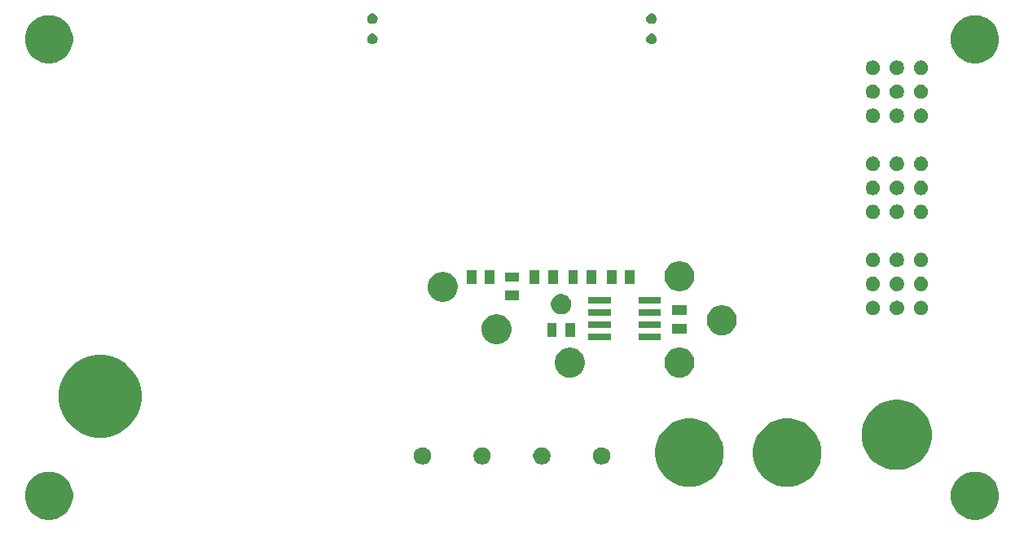
<source format=gbs>
G04 #@! TF.GenerationSoftware,KiCad,Pcbnew,5.0.2-bee76a0~70~ubuntu16.04.1*
G04 #@! TF.CreationDate,2019-08-24T21:48:25-07:00*
G04 #@! TF.ProjectId,endcap,656e6463-6170-42e6-9b69-6361645f7063,rev?*
G04 #@! TF.SameCoordinates,PX2faf080PY2faf080*
G04 #@! TF.FileFunction,Soldermask,Bot*
G04 #@! TF.FilePolarity,Negative*
%FSLAX46Y46*%
G04 Gerber Fmt 4.6, Leading zero omitted, Abs format (unit mm)*
G04 Created by KiCad (PCBNEW 5.0.2-bee76a0~70~ubuntu16.04.1) date Sat 24 Aug 2019 09:48:25 PM PDT*
%MOMM*%
%LPD*%
G01*
G04 APERTURE LIST*
%ADD10C,0.100000*%
G04 APERTURE END LIST*
D10*
G36*
X101612921Y-48797056D02*
X101854515Y-48845112D01*
X102176356Y-48978423D01*
X102297576Y-49028634D01*
X102309668Y-49033643D01*
X102713841Y-49303703D01*
X102719297Y-49307349D01*
X103067651Y-49655703D01*
X103067653Y-49655706D01*
X103238807Y-49911855D01*
X103341358Y-50065334D01*
X103529888Y-50520486D01*
X103626000Y-51003672D01*
X103626000Y-51496328D01*
X103529888Y-51979514D01*
X103341358Y-52434666D01*
X103067651Y-52844297D01*
X102719297Y-53192651D01*
X102719294Y-53192653D01*
X102309668Y-53466357D01*
X101854515Y-53654888D01*
X101612921Y-53702944D01*
X101371328Y-53751000D01*
X100878672Y-53751000D01*
X100637079Y-53702944D01*
X100395485Y-53654888D01*
X99940332Y-53466357D01*
X99530706Y-53192653D01*
X99530703Y-53192651D01*
X99182349Y-52844297D01*
X98908642Y-52434666D01*
X98720112Y-51979514D01*
X98624000Y-51496328D01*
X98624000Y-51003672D01*
X98720112Y-50520486D01*
X98908642Y-50065334D01*
X99011194Y-49911855D01*
X99182347Y-49655706D01*
X99182349Y-49655703D01*
X99530703Y-49307349D01*
X99536159Y-49303703D01*
X99940332Y-49033643D01*
X99952425Y-49028634D01*
X100073644Y-48978423D01*
X100395485Y-48845112D01*
X100637079Y-48797056D01*
X100878672Y-48749000D01*
X101371328Y-48749000D01*
X101612921Y-48797056D01*
X101612921Y-48797056D01*
G37*
G36*
X5362921Y-48797056D02*
X5604515Y-48845112D01*
X5926356Y-48978423D01*
X6047576Y-49028634D01*
X6059668Y-49033643D01*
X6463841Y-49303703D01*
X6469297Y-49307349D01*
X6817651Y-49655703D01*
X6817653Y-49655706D01*
X6988807Y-49911855D01*
X7091358Y-50065334D01*
X7279888Y-50520486D01*
X7376000Y-51003672D01*
X7376000Y-51496328D01*
X7279888Y-51979514D01*
X7091358Y-52434666D01*
X6817651Y-52844297D01*
X6469297Y-53192651D01*
X6469294Y-53192653D01*
X6059668Y-53466357D01*
X5604515Y-53654888D01*
X5362921Y-53702944D01*
X5121328Y-53751000D01*
X4628672Y-53751000D01*
X4387079Y-53702944D01*
X4145485Y-53654888D01*
X3690332Y-53466357D01*
X3280706Y-53192653D01*
X3280703Y-53192651D01*
X2932349Y-52844297D01*
X2658642Y-52434666D01*
X2470112Y-51979514D01*
X2374000Y-51496328D01*
X2374000Y-51003672D01*
X2470112Y-50520486D01*
X2658642Y-50065334D01*
X2761194Y-49911855D01*
X2932347Y-49655706D01*
X2932349Y-49655703D01*
X3280703Y-49307349D01*
X3286159Y-49303703D01*
X3690332Y-49033643D01*
X3702425Y-49028634D01*
X3823644Y-48978423D01*
X4145485Y-48845112D01*
X4387079Y-48797056D01*
X4628672Y-48749000D01*
X5121328Y-48749000D01*
X5362921Y-48797056D01*
X5362921Y-48797056D01*
G37*
G36*
X72475786Y-43350462D02*
X72475788Y-43350463D01*
X72475789Y-43350463D01*
X73122029Y-43618144D01*
X73157329Y-43641731D01*
X73703634Y-44006760D01*
X74198240Y-44501366D01*
X74198242Y-44501369D01*
X74586856Y-45082971D01*
X74660015Y-45259593D01*
X74854538Y-45729214D01*
X74991000Y-46415256D01*
X74991000Y-47114744D01*
X74854724Y-47799853D01*
X74854537Y-47800789D01*
X74586856Y-48447029D01*
X74586855Y-48447030D01*
X74198240Y-49028634D01*
X73703634Y-49523240D01*
X73703631Y-49523242D01*
X73122029Y-49911856D01*
X72475789Y-50179537D01*
X72475788Y-50179537D01*
X72475786Y-50179538D01*
X71789744Y-50316000D01*
X71090256Y-50316000D01*
X70404214Y-50179538D01*
X70404212Y-50179537D01*
X70404211Y-50179537D01*
X69757971Y-49911856D01*
X69176369Y-49523242D01*
X69176366Y-49523240D01*
X68681760Y-49028634D01*
X68293145Y-48447030D01*
X68293144Y-48447029D01*
X68025463Y-47800789D01*
X68025277Y-47799853D01*
X67889000Y-47114744D01*
X67889000Y-46415256D01*
X68025462Y-45729214D01*
X68219985Y-45259593D01*
X68293144Y-45082971D01*
X68681758Y-44501369D01*
X68681760Y-44501366D01*
X69176366Y-44006760D01*
X69722671Y-43641731D01*
X69757971Y-43618144D01*
X70404211Y-43350463D01*
X70404212Y-43350463D01*
X70404214Y-43350462D01*
X71090256Y-43214000D01*
X71789744Y-43214000D01*
X72475786Y-43350462D01*
X72475786Y-43350462D01*
G37*
G36*
X82635786Y-43350462D02*
X82635788Y-43350463D01*
X82635789Y-43350463D01*
X83282029Y-43618144D01*
X83317329Y-43641731D01*
X83863634Y-44006760D01*
X84358240Y-44501366D01*
X84358242Y-44501369D01*
X84746856Y-45082971D01*
X84820015Y-45259593D01*
X85014538Y-45729214D01*
X85151000Y-46415256D01*
X85151000Y-47114744D01*
X85014724Y-47799853D01*
X85014537Y-47800789D01*
X84746856Y-48447029D01*
X84746855Y-48447030D01*
X84358240Y-49028634D01*
X83863634Y-49523240D01*
X83863631Y-49523242D01*
X83282029Y-49911856D01*
X82635789Y-50179537D01*
X82635788Y-50179537D01*
X82635786Y-50179538D01*
X81949744Y-50316000D01*
X81250256Y-50316000D01*
X80564214Y-50179538D01*
X80564212Y-50179537D01*
X80564211Y-50179537D01*
X79917971Y-49911856D01*
X79336369Y-49523242D01*
X79336366Y-49523240D01*
X78841760Y-49028634D01*
X78453145Y-48447030D01*
X78453144Y-48447029D01*
X78185463Y-47800789D01*
X78185277Y-47799853D01*
X78049000Y-47114744D01*
X78049000Y-46415256D01*
X78185462Y-45729214D01*
X78379985Y-45259593D01*
X78453144Y-45082971D01*
X78841758Y-44501369D01*
X78841760Y-44501366D01*
X79336366Y-44006760D01*
X79882671Y-43641731D01*
X79917971Y-43618144D01*
X80564211Y-43350463D01*
X80564212Y-43350463D01*
X80564214Y-43350462D01*
X81250256Y-43214000D01*
X81949744Y-43214000D01*
X82635786Y-43350462D01*
X82635786Y-43350462D01*
G37*
G36*
X93594714Y-41295769D02*
X94064958Y-41389306D01*
X94729397Y-41664525D01*
X95327377Y-42064083D01*
X95835917Y-42572623D01*
X96235475Y-43170603D01*
X96510694Y-43835042D01*
X96651000Y-44540408D01*
X96651000Y-45259592D01*
X96510694Y-45964958D01*
X96235475Y-46629397D01*
X95835917Y-47227377D01*
X95327377Y-47735917D01*
X94729397Y-48135475D01*
X94064958Y-48410694D01*
X93594714Y-48504231D01*
X93359593Y-48551000D01*
X92640407Y-48551000D01*
X92405286Y-48504231D01*
X91935042Y-48410694D01*
X91270603Y-48135475D01*
X90672623Y-47735917D01*
X90164083Y-47227377D01*
X89764525Y-46629397D01*
X89489306Y-45964958D01*
X89349000Y-45259592D01*
X89349000Y-44540408D01*
X89489306Y-43835042D01*
X89764525Y-43170603D01*
X90164083Y-42572623D01*
X90672623Y-42064083D01*
X91270603Y-41664525D01*
X91935042Y-41389306D01*
X92405286Y-41295769D01*
X92640407Y-41249000D01*
X93359593Y-41249000D01*
X93594714Y-41295769D01*
X93594714Y-41295769D01*
G37*
G36*
X62562812Y-46233624D02*
X62726784Y-46301544D01*
X62874354Y-46400147D01*
X62999853Y-46525646D01*
X63098456Y-46673216D01*
X63166376Y-46837188D01*
X63201000Y-47011259D01*
X63201000Y-47188741D01*
X63166376Y-47362812D01*
X63098456Y-47526784D01*
X62999853Y-47674354D01*
X62874354Y-47799853D01*
X62726784Y-47898456D01*
X62562812Y-47966376D01*
X62388741Y-48001000D01*
X62211259Y-48001000D01*
X62037188Y-47966376D01*
X61873216Y-47898456D01*
X61725646Y-47799853D01*
X61600147Y-47674354D01*
X61501544Y-47526784D01*
X61433624Y-47362812D01*
X61399000Y-47188741D01*
X61399000Y-47011259D01*
X61433624Y-46837188D01*
X61501544Y-46673216D01*
X61600147Y-46525646D01*
X61725646Y-46400147D01*
X61873216Y-46301544D01*
X62037188Y-46233624D01*
X62211259Y-46199000D01*
X62388741Y-46199000D01*
X62562812Y-46233624D01*
X62562812Y-46233624D01*
G37*
G36*
X56362812Y-46233624D02*
X56526784Y-46301544D01*
X56674354Y-46400147D01*
X56799853Y-46525646D01*
X56898456Y-46673216D01*
X56966376Y-46837188D01*
X57001000Y-47011259D01*
X57001000Y-47188741D01*
X56966376Y-47362812D01*
X56898456Y-47526784D01*
X56799853Y-47674354D01*
X56674354Y-47799853D01*
X56526784Y-47898456D01*
X56362812Y-47966376D01*
X56188741Y-48001000D01*
X56011259Y-48001000D01*
X55837188Y-47966376D01*
X55673216Y-47898456D01*
X55525646Y-47799853D01*
X55400147Y-47674354D01*
X55301544Y-47526784D01*
X55233624Y-47362812D01*
X55199000Y-47188741D01*
X55199000Y-47011259D01*
X55233624Y-46837188D01*
X55301544Y-46673216D01*
X55400147Y-46525646D01*
X55525646Y-46400147D01*
X55673216Y-46301544D01*
X55837188Y-46233624D01*
X56011259Y-46199000D01*
X56188741Y-46199000D01*
X56362812Y-46233624D01*
X56362812Y-46233624D01*
G37*
G36*
X50162812Y-46233624D02*
X50326784Y-46301544D01*
X50474354Y-46400147D01*
X50599853Y-46525646D01*
X50698456Y-46673216D01*
X50766376Y-46837188D01*
X50801000Y-47011259D01*
X50801000Y-47188741D01*
X50766376Y-47362812D01*
X50698456Y-47526784D01*
X50599853Y-47674354D01*
X50474354Y-47799853D01*
X50326784Y-47898456D01*
X50162812Y-47966376D01*
X49988741Y-48001000D01*
X49811259Y-48001000D01*
X49637188Y-47966376D01*
X49473216Y-47898456D01*
X49325646Y-47799853D01*
X49200147Y-47674354D01*
X49101544Y-47526784D01*
X49033624Y-47362812D01*
X48999000Y-47188741D01*
X48999000Y-47011259D01*
X49033624Y-46837188D01*
X49101544Y-46673216D01*
X49200147Y-46525646D01*
X49325646Y-46400147D01*
X49473216Y-46301544D01*
X49637188Y-46233624D01*
X49811259Y-46199000D01*
X49988741Y-46199000D01*
X50162812Y-46233624D01*
X50162812Y-46233624D01*
G37*
G36*
X43962812Y-46233624D02*
X44126784Y-46301544D01*
X44274354Y-46400147D01*
X44399853Y-46525646D01*
X44498456Y-46673216D01*
X44566376Y-46837188D01*
X44601000Y-47011259D01*
X44601000Y-47188741D01*
X44566376Y-47362812D01*
X44498456Y-47526784D01*
X44399853Y-47674354D01*
X44274354Y-47799853D01*
X44126784Y-47898456D01*
X43962812Y-47966376D01*
X43788741Y-48001000D01*
X43611259Y-48001000D01*
X43437188Y-47966376D01*
X43273216Y-47898456D01*
X43125646Y-47799853D01*
X43000147Y-47674354D01*
X42901544Y-47526784D01*
X42833624Y-47362812D01*
X42799000Y-47188741D01*
X42799000Y-47011259D01*
X42833624Y-46837188D01*
X42901544Y-46673216D01*
X43000147Y-46525646D01*
X43125646Y-46400147D01*
X43273216Y-46301544D01*
X43437188Y-46233624D01*
X43611259Y-46199000D01*
X43788741Y-46199000D01*
X43962812Y-46233624D01*
X43962812Y-46233624D01*
G37*
G36*
X11454555Y-36764284D02*
X12237286Y-37088502D01*
X12237288Y-37088503D01*
X12932097Y-37552760D01*
X12941731Y-37559197D01*
X13540803Y-38158269D01*
X13540805Y-38158272D01*
X13952542Y-38774479D01*
X14011498Y-38862714D01*
X14335716Y-39645445D01*
X14501000Y-40476387D01*
X14501000Y-41323613D01*
X14335716Y-42154555D01*
X14011498Y-42937286D01*
X13540803Y-43641731D01*
X12941731Y-44240803D01*
X12941728Y-44240805D01*
X12237288Y-44711497D01*
X12237287Y-44711498D01*
X12237286Y-44711498D01*
X11454555Y-45035716D01*
X10623613Y-45201000D01*
X9776387Y-45201000D01*
X8945445Y-45035716D01*
X8162714Y-44711498D01*
X8162713Y-44711498D01*
X8162712Y-44711497D01*
X7458272Y-44240805D01*
X7458269Y-44240803D01*
X6859197Y-43641731D01*
X6388502Y-42937286D01*
X6064284Y-42154555D01*
X5899000Y-41323613D01*
X5899000Y-40476387D01*
X6064284Y-39645445D01*
X6388502Y-38862714D01*
X6447459Y-38774479D01*
X6859195Y-38158272D01*
X6859197Y-38158269D01*
X7458269Y-37559197D01*
X7467903Y-37552760D01*
X8162712Y-37088503D01*
X8162714Y-37088502D01*
X8945445Y-36764284D01*
X9776387Y-36599000D01*
X10623613Y-36599000D01*
X11454555Y-36764284D01*
X11454555Y-36764284D01*
G37*
G36*
X70752527Y-35888736D02*
X70852410Y-35908604D01*
X71134674Y-36025521D01*
X71388705Y-36195259D01*
X71604741Y-36411295D01*
X71774479Y-36665326D01*
X71891396Y-36947590D01*
X71951000Y-37247240D01*
X71951000Y-37552760D01*
X71891396Y-37852410D01*
X71774479Y-38134674D01*
X71604741Y-38388705D01*
X71388705Y-38604741D01*
X71134674Y-38774479D01*
X70852410Y-38891396D01*
X70752527Y-38911264D01*
X70552762Y-38951000D01*
X70247238Y-38951000D01*
X70047473Y-38911264D01*
X69947590Y-38891396D01*
X69665326Y-38774479D01*
X69411295Y-38604741D01*
X69195259Y-38388705D01*
X69025521Y-38134674D01*
X68908604Y-37852410D01*
X68849000Y-37552760D01*
X68849000Y-37247240D01*
X68908604Y-36947590D01*
X69025521Y-36665326D01*
X69195259Y-36411295D01*
X69411295Y-36195259D01*
X69665326Y-36025521D01*
X69947590Y-35908604D01*
X70047473Y-35888736D01*
X70247238Y-35849000D01*
X70552762Y-35849000D01*
X70752527Y-35888736D01*
X70752527Y-35888736D01*
G37*
G36*
X59352527Y-35888736D02*
X59452410Y-35908604D01*
X59734674Y-36025521D01*
X59988705Y-36195259D01*
X60204741Y-36411295D01*
X60374479Y-36665326D01*
X60491396Y-36947590D01*
X60551000Y-37247240D01*
X60551000Y-37552760D01*
X60491396Y-37852410D01*
X60374479Y-38134674D01*
X60204741Y-38388705D01*
X59988705Y-38604741D01*
X59734674Y-38774479D01*
X59452410Y-38891396D01*
X59352527Y-38911264D01*
X59152762Y-38951000D01*
X58847238Y-38951000D01*
X58647473Y-38911264D01*
X58547590Y-38891396D01*
X58265326Y-38774479D01*
X58011295Y-38604741D01*
X57795259Y-38388705D01*
X57625521Y-38134674D01*
X57508604Y-37852410D01*
X57449000Y-37552760D01*
X57449000Y-37247240D01*
X57508604Y-36947590D01*
X57625521Y-36665326D01*
X57795259Y-36411295D01*
X58011295Y-36195259D01*
X58265326Y-36025521D01*
X58547590Y-35908604D01*
X58647473Y-35888736D01*
X58847238Y-35849000D01*
X59152762Y-35849000D01*
X59352527Y-35888736D01*
X59352527Y-35888736D01*
G37*
G36*
X51752527Y-32388736D02*
X51852410Y-32408604D01*
X52134674Y-32525521D01*
X52388705Y-32695259D01*
X52604741Y-32911295D01*
X52774479Y-33165326D01*
X52891396Y-33447590D01*
X52892355Y-33452410D01*
X52948501Y-33734674D01*
X52951000Y-33747240D01*
X52951000Y-34052760D01*
X52891396Y-34352410D01*
X52774479Y-34634674D01*
X52604741Y-34888705D01*
X52388705Y-35104741D01*
X52134674Y-35274479D01*
X51852410Y-35391396D01*
X51752527Y-35411264D01*
X51552762Y-35451000D01*
X51247238Y-35451000D01*
X51047473Y-35411264D01*
X50947590Y-35391396D01*
X50665326Y-35274479D01*
X50411295Y-35104741D01*
X50195259Y-34888705D01*
X50025521Y-34634674D01*
X49908604Y-34352410D01*
X49849000Y-34052760D01*
X49849000Y-33747240D01*
X49851500Y-33734674D01*
X49907645Y-33452410D01*
X49908604Y-33447590D01*
X50025521Y-33165326D01*
X50195259Y-32911295D01*
X50411295Y-32695259D01*
X50665326Y-32525521D01*
X50947590Y-32408604D01*
X51047473Y-32388736D01*
X51247238Y-32349000D01*
X51552762Y-32349000D01*
X51752527Y-32388736D01*
X51752527Y-32388736D01*
G37*
G36*
X68451000Y-35056000D02*
X66149000Y-35056000D01*
X66149000Y-34354000D01*
X68451000Y-34354000D01*
X68451000Y-35056000D01*
X68451000Y-35056000D01*
G37*
G36*
X63251000Y-35056000D02*
X60949000Y-35056000D01*
X60949000Y-34354000D01*
X63251000Y-34354000D01*
X63251000Y-35056000D01*
X63251000Y-35056000D01*
G37*
G36*
X59548000Y-34749500D02*
X58557000Y-34749500D01*
X58557000Y-33250500D01*
X59548000Y-33250500D01*
X59548000Y-34749500D01*
X59548000Y-34749500D01*
G37*
G36*
X57643000Y-34749500D02*
X56652000Y-34749500D01*
X56652000Y-33250500D01*
X57643000Y-33250500D01*
X57643000Y-34749500D01*
X57643000Y-34749500D01*
G37*
G36*
X75113354Y-31480944D02*
X75252410Y-31508604D01*
X75534674Y-31625521D01*
X75788705Y-31795259D01*
X76004741Y-32011295D01*
X76174479Y-32265326D01*
X76291396Y-32547590D01*
X76291396Y-32547591D01*
X76351000Y-32847238D01*
X76351000Y-33152762D01*
X76311264Y-33352527D01*
X76291396Y-33452410D01*
X76174479Y-33734674D01*
X76004741Y-33988705D01*
X75788705Y-34204741D01*
X75534674Y-34374479D01*
X75252410Y-34491396D01*
X75152527Y-34511264D01*
X74952762Y-34551000D01*
X74647238Y-34551000D01*
X74447473Y-34511264D01*
X74347590Y-34491396D01*
X74065326Y-34374479D01*
X73811295Y-34204741D01*
X73595259Y-33988705D01*
X73425521Y-33734674D01*
X73308604Y-33452410D01*
X73288736Y-33352527D01*
X73249000Y-33152762D01*
X73249000Y-32847238D01*
X73308604Y-32547591D01*
X73308604Y-32547590D01*
X73425521Y-32265326D01*
X73595259Y-32011295D01*
X73811295Y-31795259D01*
X74065326Y-31625521D01*
X74347590Y-31508604D01*
X74486646Y-31480944D01*
X74647238Y-31449000D01*
X74952762Y-31449000D01*
X75113354Y-31480944D01*
X75113354Y-31480944D01*
G37*
G36*
X71149500Y-34348000D02*
X69650500Y-34348000D01*
X69650500Y-33357000D01*
X71149500Y-33357000D01*
X71149500Y-34348000D01*
X71149500Y-34348000D01*
G37*
G36*
X68451000Y-33786000D02*
X66149000Y-33786000D01*
X66149000Y-33084000D01*
X68451000Y-33084000D01*
X68451000Y-33786000D01*
X68451000Y-33786000D01*
G37*
G36*
X63251000Y-33786000D02*
X60949000Y-33786000D01*
X60949000Y-33084000D01*
X63251000Y-33084000D01*
X63251000Y-33786000D01*
X63251000Y-33786000D01*
G37*
G36*
X68451000Y-32516000D02*
X66149000Y-32516000D01*
X66149000Y-31814000D01*
X68451000Y-31814000D01*
X68451000Y-32516000D01*
X68451000Y-32516000D01*
G37*
G36*
X63251000Y-32516000D02*
X60949000Y-32516000D01*
X60949000Y-31814000D01*
X63251000Y-31814000D01*
X63251000Y-32516000D01*
X63251000Y-32516000D01*
G37*
G36*
X95632004Y-30960544D02*
X95719059Y-30977860D01*
X95855732Y-31034472D01*
X95977079Y-31115554D01*
X95978738Y-31116662D01*
X96083338Y-31221262D01*
X96083340Y-31221265D01*
X96165528Y-31344268D01*
X96222140Y-31480941D01*
X96227642Y-31508604D01*
X96251000Y-31626031D01*
X96251000Y-31773969D01*
X96243037Y-31814000D01*
X96222140Y-31919059D01*
X96165528Y-32055732D01*
X96125014Y-32116365D01*
X96083338Y-32178738D01*
X95978738Y-32283338D01*
X95978735Y-32283340D01*
X95855732Y-32365528D01*
X95719059Y-32422140D01*
X95632004Y-32439456D01*
X95573969Y-32451000D01*
X95426031Y-32451000D01*
X95367996Y-32439456D01*
X95280941Y-32422140D01*
X95144268Y-32365528D01*
X95021265Y-32283340D01*
X95021262Y-32283338D01*
X94916662Y-32178738D01*
X94874986Y-32116365D01*
X94834472Y-32055732D01*
X94777860Y-31919059D01*
X94756963Y-31814000D01*
X94749000Y-31773969D01*
X94749000Y-31626031D01*
X94772358Y-31508604D01*
X94777860Y-31480941D01*
X94834472Y-31344268D01*
X94916660Y-31221265D01*
X94916662Y-31221262D01*
X95021262Y-31116662D01*
X95022921Y-31115554D01*
X95144268Y-31034472D01*
X95280941Y-30977860D01*
X95367996Y-30960544D01*
X95426031Y-30949000D01*
X95573969Y-30949000D01*
X95632004Y-30960544D01*
X95632004Y-30960544D01*
G37*
G36*
X93132004Y-30960544D02*
X93219059Y-30977860D01*
X93355732Y-31034472D01*
X93477079Y-31115554D01*
X93478738Y-31116662D01*
X93583338Y-31221262D01*
X93583340Y-31221265D01*
X93665528Y-31344268D01*
X93722140Y-31480941D01*
X93727642Y-31508604D01*
X93751000Y-31626031D01*
X93751000Y-31773969D01*
X93743037Y-31814000D01*
X93722140Y-31919059D01*
X93665528Y-32055732D01*
X93625014Y-32116365D01*
X93583338Y-32178738D01*
X93478738Y-32283338D01*
X93478735Y-32283340D01*
X93355732Y-32365528D01*
X93219059Y-32422140D01*
X93132004Y-32439456D01*
X93073969Y-32451000D01*
X92926031Y-32451000D01*
X92867996Y-32439456D01*
X92780941Y-32422140D01*
X92644268Y-32365528D01*
X92521265Y-32283340D01*
X92521262Y-32283338D01*
X92416662Y-32178738D01*
X92374986Y-32116365D01*
X92334472Y-32055732D01*
X92277860Y-31919059D01*
X92256963Y-31814000D01*
X92249000Y-31773969D01*
X92249000Y-31626031D01*
X92272358Y-31508604D01*
X92277860Y-31480941D01*
X92334472Y-31344268D01*
X92416660Y-31221265D01*
X92416662Y-31221262D01*
X92521262Y-31116662D01*
X92522921Y-31115554D01*
X92644268Y-31034472D01*
X92780941Y-30977860D01*
X92867996Y-30960544D01*
X92926031Y-30949000D01*
X93073969Y-30949000D01*
X93132004Y-30960544D01*
X93132004Y-30960544D01*
G37*
G36*
X90632004Y-30960544D02*
X90719059Y-30977860D01*
X90855732Y-31034472D01*
X90977079Y-31115554D01*
X90978738Y-31116662D01*
X91083338Y-31221262D01*
X91083340Y-31221265D01*
X91165528Y-31344268D01*
X91222140Y-31480941D01*
X91227642Y-31508604D01*
X91251000Y-31626031D01*
X91251000Y-31773969D01*
X91243037Y-31814000D01*
X91222140Y-31919059D01*
X91165528Y-32055732D01*
X91125014Y-32116365D01*
X91083338Y-32178738D01*
X90978738Y-32283338D01*
X90978735Y-32283340D01*
X90855732Y-32365528D01*
X90719059Y-32422140D01*
X90632004Y-32439456D01*
X90573969Y-32451000D01*
X90426031Y-32451000D01*
X90367996Y-32439456D01*
X90280941Y-32422140D01*
X90144268Y-32365528D01*
X90021265Y-32283340D01*
X90021262Y-32283338D01*
X89916662Y-32178738D01*
X89874986Y-32116365D01*
X89834472Y-32055732D01*
X89777860Y-31919059D01*
X89756963Y-31814000D01*
X89749000Y-31773969D01*
X89749000Y-31626031D01*
X89772358Y-31508604D01*
X89777860Y-31480941D01*
X89834472Y-31344268D01*
X89916660Y-31221265D01*
X89916662Y-31221262D01*
X90021262Y-31116662D01*
X90022921Y-31115554D01*
X90144268Y-31034472D01*
X90280941Y-30977860D01*
X90367996Y-30960544D01*
X90426031Y-30949000D01*
X90573969Y-30949000D01*
X90632004Y-30960544D01*
X90632004Y-30960544D01*
G37*
G36*
X71149500Y-32443000D02*
X69650500Y-32443000D01*
X69650500Y-31452000D01*
X71149500Y-31452000D01*
X71149500Y-32443000D01*
X71149500Y-32443000D01*
G37*
G36*
X58406565Y-30289389D02*
X58597834Y-30368615D01*
X58769976Y-30483637D01*
X58916363Y-30630024D01*
X59031385Y-30802166D01*
X59110611Y-30993435D01*
X59151000Y-31196484D01*
X59151000Y-31403516D01*
X59110611Y-31606565D01*
X59031385Y-31797834D01*
X58916363Y-31969976D01*
X58769976Y-32116363D01*
X58597834Y-32231385D01*
X58406565Y-32310611D01*
X58203516Y-32351000D01*
X57996484Y-32351000D01*
X57793435Y-32310611D01*
X57602166Y-32231385D01*
X57430024Y-32116363D01*
X57283637Y-31969976D01*
X57168615Y-31797834D01*
X57089389Y-31606565D01*
X57049000Y-31403516D01*
X57049000Y-31196484D01*
X57089389Y-30993435D01*
X57168615Y-30802166D01*
X57283637Y-30630024D01*
X57430024Y-30483637D01*
X57602166Y-30368615D01*
X57793435Y-30289389D01*
X57996484Y-30249000D01*
X58203516Y-30249000D01*
X58406565Y-30289389D01*
X58406565Y-30289389D01*
G37*
G36*
X68451000Y-31246000D02*
X66149000Y-31246000D01*
X66149000Y-30544000D01*
X68451000Y-30544000D01*
X68451000Y-31246000D01*
X68451000Y-31246000D01*
G37*
G36*
X63251000Y-31246000D02*
X60949000Y-31246000D01*
X60949000Y-30544000D01*
X63251000Y-30544000D01*
X63251000Y-31246000D01*
X63251000Y-31246000D01*
G37*
G36*
X46152527Y-27988736D02*
X46252410Y-28008604D01*
X46534674Y-28125521D01*
X46788705Y-28295259D01*
X47004741Y-28511295D01*
X47174479Y-28765326D01*
X47291396Y-29047590D01*
X47291396Y-29047591D01*
X47351000Y-29347238D01*
X47351000Y-29652762D01*
X47325026Y-29783340D01*
X47291396Y-29952410D01*
X47174479Y-30234674D01*
X47004741Y-30488705D01*
X46788705Y-30704741D01*
X46534674Y-30874479D01*
X46252410Y-30991396D01*
X46152527Y-31011264D01*
X45952762Y-31051000D01*
X45647238Y-31051000D01*
X45447473Y-31011264D01*
X45347590Y-30991396D01*
X45065326Y-30874479D01*
X44811295Y-30704741D01*
X44595259Y-30488705D01*
X44425521Y-30234674D01*
X44308604Y-29952410D01*
X44274974Y-29783340D01*
X44249000Y-29652762D01*
X44249000Y-29347238D01*
X44308604Y-29047591D01*
X44308604Y-29047590D01*
X44425521Y-28765326D01*
X44595259Y-28511295D01*
X44811295Y-28295259D01*
X45065326Y-28125521D01*
X45347590Y-28008604D01*
X45447473Y-27988736D01*
X45647238Y-27949000D01*
X45952762Y-27949000D01*
X46152527Y-27988736D01*
X46152527Y-27988736D01*
G37*
G36*
X53749500Y-30900500D02*
X52250500Y-30900500D01*
X52250500Y-29909500D01*
X53749500Y-29909500D01*
X53749500Y-30900500D01*
X53749500Y-30900500D01*
G37*
G36*
X93132004Y-28460544D02*
X93219059Y-28477860D01*
X93355732Y-28534472D01*
X93355733Y-28534473D01*
X93478738Y-28616662D01*
X93583338Y-28721262D01*
X93583340Y-28721265D01*
X93665528Y-28844268D01*
X93722140Y-28980941D01*
X93751000Y-29126033D01*
X93751000Y-29273967D01*
X93722140Y-29419059D01*
X93665528Y-29555732D01*
X93665527Y-29555733D01*
X93583338Y-29678738D01*
X93478738Y-29783338D01*
X93478735Y-29783340D01*
X93355732Y-29865528D01*
X93219059Y-29922140D01*
X93132004Y-29939456D01*
X93073969Y-29951000D01*
X92926031Y-29951000D01*
X92867996Y-29939456D01*
X92780941Y-29922140D01*
X92644268Y-29865528D01*
X92521265Y-29783340D01*
X92521262Y-29783338D01*
X92416662Y-29678738D01*
X92334473Y-29555733D01*
X92334472Y-29555732D01*
X92277860Y-29419059D01*
X92249000Y-29273967D01*
X92249000Y-29126033D01*
X92277860Y-28980941D01*
X92334472Y-28844268D01*
X92416660Y-28721265D01*
X92416662Y-28721262D01*
X92521262Y-28616662D01*
X92644267Y-28534473D01*
X92644268Y-28534472D01*
X92780941Y-28477860D01*
X92867996Y-28460544D01*
X92926031Y-28449000D01*
X93073969Y-28449000D01*
X93132004Y-28460544D01*
X93132004Y-28460544D01*
G37*
G36*
X90632004Y-28460544D02*
X90719059Y-28477860D01*
X90855732Y-28534472D01*
X90855733Y-28534473D01*
X90978738Y-28616662D01*
X91083338Y-28721262D01*
X91083340Y-28721265D01*
X91165528Y-28844268D01*
X91222140Y-28980941D01*
X91251000Y-29126033D01*
X91251000Y-29273967D01*
X91222140Y-29419059D01*
X91165528Y-29555732D01*
X91165527Y-29555733D01*
X91083338Y-29678738D01*
X90978738Y-29783338D01*
X90978735Y-29783340D01*
X90855732Y-29865528D01*
X90719059Y-29922140D01*
X90632004Y-29939456D01*
X90573969Y-29951000D01*
X90426031Y-29951000D01*
X90367996Y-29939456D01*
X90280941Y-29922140D01*
X90144268Y-29865528D01*
X90021265Y-29783340D01*
X90021262Y-29783338D01*
X89916662Y-29678738D01*
X89834473Y-29555733D01*
X89834472Y-29555732D01*
X89777860Y-29419059D01*
X89749000Y-29273967D01*
X89749000Y-29126033D01*
X89777860Y-28980941D01*
X89834472Y-28844268D01*
X89916660Y-28721265D01*
X89916662Y-28721262D01*
X90021262Y-28616662D01*
X90144267Y-28534473D01*
X90144268Y-28534472D01*
X90280941Y-28477860D01*
X90367996Y-28460544D01*
X90426031Y-28449000D01*
X90573969Y-28449000D01*
X90632004Y-28460544D01*
X90632004Y-28460544D01*
G37*
G36*
X70752527Y-26888736D02*
X70852410Y-26908604D01*
X71134674Y-27025521D01*
X71388705Y-27195259D01*
X71604741Y-27411295D01*
X71774479Y-27665326D01*
X71891396Y-27947590D01*
X71951000Y-28247240D01*
X71951000Y-28552760D01*
X71891396Y-28852410D01*
X71774479Y-29134674D01*
X71604741Y-29388705D01*
X71388705Y-29604741D01*
X71134674Y-29774479D01*
X70852410Y-29891396D01*
X70761395Y-29909500D01*
X70552762Y-29951000D01*
X70247238Y-29951000D01*
X70038605Y-29909500D01*
X69947590Y-29891396D01*
X69665326Y-29774479D01*
X69411295Y-29604741D01*
X69195259Y-29388705D01*
X69025521Y-29134674D01*
X68908604Y-28852410D01*
X68849000Y-28552760D01*
X68849000Y-28247240D01*
X68908604Y-27947590D01*
X69025521Y-27665326D01*
X69195259Y-27411295D01*
X69411295Y-27195259D01*
X69665326Y-27025521D01*
X69947590Y-26908604D01*
X70047473Y-26888736D01*
X70247238Y-26849000D01*
X70552762Y-26849000D01*
X70752527Y-26888736D01*
X70752527Y-26888736D01*
G37*
G36*
X95632004Y-28460544D02*
X95719059Y-28477860D01*
X95855732Y-28534472D01*
X95855733Y-28534473D01*
X95978738Y-28616662D01*
X96083338Y-28721262D01*
X96083340Y-28721265D01*
X96165528Y-28844268D01*
X96222140Y-28980941D01*
X96251000Y-29126033D01*
X96251000Y-29273967D01*
X96222140Y-29419059D01*
X96165528Y-29555732D01*
X96165527Y-29555733D01*
X96083338Y-29678738D01*
X95978738Y-29783338D01*
X95978735Y-29783340D01*
X95855732Y-29865528D01*
X95719059Y-29922140D01*
X95632004Y-29939456D01*
X95573969Y-29951000D01*
X95426031Y-29951000D01*
X95367996Y-29939456D01*
X95280941Y-29922140D01*
X95144268Y-29865528D01*
X95021265Y-29783340D01*
X95021262Y-29783338D01*
X94916662Y-29678738D01*
X94834473Y-29555733D01*
X94834472Y-29555732D01*
X94777860Y-29419059D01*
X94749000Y-29273967D01*
X94749000Y-29126033D01*
X94777860Y-28980941D01*
X94834472Y-28844268D01*
X94916660Y-28721265D01*
X94916662Y-28721262D01*
X95021262Y-28616662D01*
X95144267Y-28534473D01*
X95144268Y-28534472D01*
X95280941Y-28477860D01*
X95367996Y-28460544D01*
X95426031Y-28449000D01*
X95573969Y-28449000D01*
X95632004Y-28460544D01*
X95632004Y-28460544D01*
G37*
G36*
X55843000Y-29249500D02*
X54852000Y-29249500D01*
X54852000Y-27750500D01*
X55843000Y-27750500D01*
X55843000Y-29249500D01*
X55843000Y-29249500D01*
G37*
G36*
X59843000Y-29249500D02*
X58852000Y-29249500D01*
X58852000Y-27750500D01*
X59843000Y-27750500D01*
X59843000Y-29249500D01*
X59843000Y-29249500D01*
G37*
G36*
X61748000Y-29249500D02*
X60757000Y-29249500D01*
X60757000Y-27750500D01*
X61748000Y-27750500D01*
X61748000Y-29249500D01*
X61748000Y-29249500D01*
G37*
G36*
X63843000Y-29249500D02*
X62852000Y-29249500D01*
X62852000Y-27750500D01*
X63843000Y-27750500D01*
X63843000Y-29249500D01*
X63843000Y-29249500D01*
G37*
G36*
X51195500Y-29249500D02*
X50204500Y-29249500D01*
X50204500Y-27750500D01*
X51195500Y-27750500D01*
X51195500Y-29249500D01*
X51195500Y-29249500D01*
G37*
G36*
X49290500Y-29249500D02*
X48299500Y-29249500D01*
X48299500Y-27750500D01*
X49290500Y-27750500D01*
X49290500Y-29249500D01*
X49290500Y-29249500D01*
G37*
G36*
X57748000Y-29249500D02*
X56757000Y-29249500D01*
X56757000Y-27750500D01*
X57748000Y-27750500D01*
X57748000Y-29249500D01*
X57748000Y-29249500D01*
G37*
G36*
X65748000Y-29249500D02*
X64757000Y-29249500D01*
X64757000Y-27750500D01*
X65748000Y-27750500D01*
X65748000Y-29249500D01*
X65748000Y-29249500D01*
G37*
G36*
X53749500Y-28995500D02*
X52250500Y-28995500D01*
X52250500Y-28004500D01*
X53749500Y-28004500D01*
X53749500Y-28995500D01*
X53749500Y-28995500D01*
G37*
G36*
X90632004Y-25960544D02*
X90719059Y-25977860D01*
X90855732Y-26034472D01*
X90855733Y-26034473D01*
X90978738Y-26116662D01*
X91083338Y-26221262D01*
X91083340Y-26221265D01*
X91165528Y-26344268D01*
X91222140Y-26480941D01*
X91251000Y-26626033D01*
X91251000Y-26773967D01*
X91222140Y-26919059D01*
X91165528Y-27055732D01*
X91165527Y-27055733D01*
X91083338Y-27178738D01*
X90978738Y-27283338D01*
X90978735Y-27283340D01*
X90855732Y-27365528D01*
X90719059Y-27422140D01*
X90632004Y-27439456D01*
X90573969Y-27451000D01*
X90426031Y-27451000D01*
X90367996Y-27439456D01*
X90280941Y-27422140D01*
X90144268Y-27365528D01*
X90021265Y-27283340D01*
X90021262Y-27283338D01*
X89916662Y-27178738D01*
X89834473Y-27055733D01*
X89834472Y-27055732D01*
X89777860Y-26919059D01*
X89749000Y-26773967D01*
X89749000Y-26626033D01*
X89777860Y-26480941D01*
X89834472Y-26344268D01*
X89916660Y-26221265D01*
X89916662Y-26221262D01*
X90021262Y-26116662D01*
X90144267Y-26034473D01*
X90144268Y-26034472D01*
X90280941Y-25977860D01*
X90367996Y-25960544D01*
X90426031Y-25949000D01*
X90573969Y-25949000D01*
X90632004Y-25960544D01*
X90632004Y-25960544D01*
G37*
G36*
X93132004Y-25960544D02*
X93219059Y-25977860D01*
X93355732Y-26034472D01*
X93355733Y-26034473D01*
X93478738Y-26116662D01*
X93583338Y-26221262D01*
X93583340Y-26221265D01*
X93665528Y-26344268D01*
X93722140Y-26480941D01*
X93751000Y-26626033D01*
X93751000Y-26773967D01*
X93722140Y-26919059D01*
X93665528Y-27055732D01*
X93665527Y-27055733D01*
X93583338Y-27178738D01*
X93478738Y-27283338D01*
X93478735Y-27283340D01*
X93355732Y-27365528D01*
X93219059Y-27422140D01*
X93132004Y-27439456D01*
X93073969Y-27451000D01*
X92926031Y-27451000D01*
X92867996Y-27439456D01*
X92780941Y-27422140D01*
X92644268Y-27365528D01*
X92521265Y-27283340D01*
X92521262Y-27283338D01*
X92416662Y-27178738D01*
X92334473Y-27055733D01*
X92334472Y-27055732D01*
X92277860Y-26919059D01*
X92249000Y-26773967D01*
X92249000Y-26626033D01*
X92277860Y-26480941D01*
X92334472Y-26344268D01*
X92416660Y-26221265D01*
X92416662Y-26221262D01*
X92521262Y-26116662D01*
X92644267Y-26034473D01*
X92644268Y-26034472D01*
X92780941Y-25977860D01*
X92867996Y-25960544D01*
X92926031Y-25949000D01*
X93073969Y-25949000D01*
X93132004Y-25960544D01*
X93132004Y-25960544D01*
G37*
G36*
X95632004Y-25960544D02*
X95719059Y-25977860D01*
X95855732Y-26034472D01*
X95855733Y-26034473D01*
X95978738Y-26116662D01*
X96083338Y-26221262D01*
X96083340Y-26221265D01*
X96165528Y-26344268D01*
X96222140Y-26480941D01*
X96251000Y-26626033D01*
X96251000Y-26773967D01*
X96222140Y-26919059D01*
X96165528Y-27055732D01*
X96165527Y-27055733D01*
X96083338Y-27178738D01*
X95978738Y-27283338D01*
X95978735Y-27283340D01*
X95855732Y-27365528D01*
X95719059Y-27422140D01*
X95632004Y-27439456D01*
X95573969Y-27451000D01*
X95426031Y-27451000D01*
X95367996Y-27439456D01*
X95280941Y-27422140D01*
X95144268Y-27365528D01*
X95021265Y-27283340D01*
X95021262Y-27283338D01*
X94916662Y-27178738D01*
X94834473Y-27055733D01*
X94834472Y-27055732D01*
X94777860Y-26919059D01*
X94749000Y-26773967D01*
X94749000Y-26626033D01*
X94777860Y-26480941D01*
X94834472Y-26344268D01*
X94916660Y-26221265D01*
X94916662Y-26221262D01*
X95021262Y-26116662D01*
X95144267Y-26034473D01*
X95144268Y-26034472D01*
X95280941Y-25977860D01*
X95367996Y-25960544D01*
X95426031Y-25949000D01*
X95573969Y-25949000D01*
X95632004Y-25960544D01*
X95632004Y-25960544D01*
G37*
G36*
X95632004Y-20960544D02*
X95719059Y-20977860D01*
X95855732Y-21034472D01*
X95855733Y-21034473D01*
X95978738Y-21116662D01*
X96083338Y-21221262D01*
X96083340Y-21221265D01*
X96165528Y-21344268D01*
X96222140Y-21480941D01*
X96251000Y-21626033D01*
X96251000Y-21773967D01*
X96222140Y-21919059D01*
X96165528Y-22055732D01*
X96165527Y-22055733D01*
X96083338Y-22178738D01*
X95978738Y-22283338D01*
X95978735Y-22283340D01*
X95855732Y-22365528D01*
X95719059Y-22422140D01*
X95632004Y-22439456D01*
X95573969Y-22451000D01*
X95426031Y-22451000D01*
X95367996Y-22439456D01*
X95280941Y-22422140D01*
X95144268Y-22365528D01*
X95021265Y-22283340D01*
X95021262Y-22283338D01*
X94916662Y-22178738D01*
X94834473Y-22055733D01*
X94834472Y-22055732D01*
X94777860Y-21919059D01*
X94749000Y-21773967D01*
X94749000Y-21626033D01*
X94777860Y-21480941D01*
X94834472Y-21344268D01*
X94916660Y-21221265D01*
X94916662Y-21221262D01*
X95021262Y-21116662D01*
X95144267Y-21034473D01*
X95144268Y-21034472D01*
X95280941Y-20977860D01*
X95367996Y-20960544D01*
X95426031Y-20949000D01*
X95573969Y-20949000D01*
X95632004Y-20960544D01*
X95632004Y-20960544D01*
G37*
G36*
X93132004Y-20960544D02*
X93219059Y-20977860D01*
X93355732Y-21034472D01*
X93355733Y-21034473D01*
X93478738Y-21116662D01*
X93583338Y-21221262D01*
X93583340Y-21221265D01*
X93665528Y-21344268D01*
X93722140Y-21480941D01*
X93751000Y-21626033D01*
X93751000Y-21773967D01*
X93722140Y-21919059D01*
X93665528Y-22055732D01*
X93665527Y-22055733D01*
X93583338Y-22178738D01*
X93478738Y-22283338D01*
X93478735Y-22283340D01*
X93355732Y-22365528D01*
X93219059Y-22422140D01*
X93132004Y-22439456D01*
X93073969Y-22451000D01*
X92926031Y-22451000D01*
X92867996Y-22439456D01*
X92780941Y-22422140D01*
X92644268Y-22365528D01*
X92521265Y-22283340D01*
X92521262Y-22283338D01*
X92416662Y-22178738D01*
X92334473Y-22055733D01*
X92334472Y-22055732D01*
X92277860Y-21919059D01*
X92249000Y-21773967D01*
X92249000Y-21626033D01*
X92277860Y-21480941D01*
X92334472Y-21344268D01*
X92416660Y-21221265D01*
X92416662Y-21221262D01*
X92521262Y-21116662D01*
X92644267Y-21034473D01*
X92644268Y-21034472D01*
X92780941Y-20977860D01*
X92867996Y-20960544D01*
X92926031Y-20949000D01*
X93073969Y-20949000D01*
X93132004Y-20960544D01*
X93132004Y-20960544D01*
G37*
G36*
X90632004Y-20960544D02*
X90719059Y-20977860D01*
X90855732Y-21034472D01*
X90855733Y-21034473D01*
X90978738Y-21116662D01*
X91083338Y-21221262D01*
X91083340Y-21221265D01*
X91165528Y-21344268D01*
X91222140Y-21480941D01*
X91251000Y-21626033D01*
X91251000Y-21773967D01*
X91222140Y-21919059D01*
X91165528Y-22055732D01*
X91165527Y-22055733D01*
X91083338Y-22178738D01*
X90978738Y-22283338D01*
X90978735Y-22283340D01*
X90855732Y-22365528D01*
X90719059Y-22422140D01*
X90632004Y-22439456D01*
X90573969Y-22451000D01*
X90426031Y-22451000D01*
X90367996Y-22439456D01*
X90280941Y-22422140D01*
X90144268Y-22365528D01*
X90021265Y-22283340D01*
X90021262Y-22283338D01*
X89916662Y-22178738D01*
X89834473Y-22055733D01*
X89834472Y-22055732D01*
X89777860Y-21919059D01*
X89749000Y-21773967D01*
X89749000Y-21626033D01*
X89777860Y-21480941D01*
X89834472Y-21344268D01*
X89916660Y-21221265D01*
X89916662Y-21221262D01*
X90021262Y-21116662D01*
X90144267Y-21034473D01*
X90144268Y-21034472D01*
X90280941Y-20977860D01*
X90367996Y-20960544D01*
X90426031Y-20949000D01*
X90573969Y-20949000D01*
X90632004Y-20960544D01*
X90632004Y-20960544D01*
G37*
G36*
X93132004Y-18460544D02*
X93219059Y-18477860D01*
X93355732Y-18534472D01*
X93355733Y-18534473D01*
X93478738Y-18616662D01*
X93583338Y-18721262D01*
X93583340Y-18721265D01*
X93665528Y-18844268D01*
X93722140Y-18980941D01*
X93751000Y-19126033D01*
X93751000Y-19273967D01*
X93722140Y-19419059D01*
X93665528Y-19555732D01*
X93665527Y-19555733D01*
X93583338Y-19678738D01*
X93478738Y-19783338D01*
X93478735Y-19783340D01*
X93355732Y-19865528D01*
X93219059Y-19922140D01*
X93132004Y-19939456D01*
X93073969Y-19951000D01*
X92926031Y-19951000D01*
X92867996Y-19939456D01*
X92780941Y-19922140D01*
X92644268Y-19865528D01*
X92521265Y-19783340D01*
X92521262Y-19783338D01*
X92416662Y-19678738D01*
X92334473Y-19555733D01*
X92334472Y-19555732D01*
X92277860Y-19419059D01*
X92249000Y-19273967D01*
X92249000Y-19126033D01*
X92277860Y-18980941D01*
X92334472Y-18844268D01*
X92416660Y-18721265D01*
X92416662Y-18721262D01*
X92521262Y-18616662D01*
X92644267Y-18534473D01*
X92644268Y-18534472D01*
X92780941Y-18477860D01*
X92867996Y-18460544D01*
X92926031Y-18449000D01*
X93073969Y-18449000D01*
X93132004Y-18460544D01*
X93132004Y-18460544D01*
G37*
G36*
X90632004Y-18460544D02*
X90719059Y-18477860D01*
X90855732Y-18534472D01*
X90855733Y-18534473D01*
X90978738Y-18616662D01*
X91083338Y-18721262D01*
X91083340Y-18721265D01*
X91165528Y-18844268D01*
X91222140Y-18980941D01*
X91251000Y-19126033D01*
X91251000Y-19273967D01*
X91222140Y-19419059D01*
X91165528Y-19555732D01*
X91165527Y-19555733D01*
X91083338Y-19678738D01*
X90978738Y-19783338D01*
X90978735Y-19783340D01*
X90855732Y-19865528D01*
X90719059Y-19922140D01*
X90632004Y-19939456D01*
X90573969Y-19951000D01*
X90426031Y-19951000D01*
X90367996Y-19939456D01*
X90280941Y-19922140D01*
X90144268Y-19865528D01*
X90021265Y-19783340D01*
X90021262Y-19783338D01*
X89916662Y-19678738D01*
X89834473Y-19555733D01*
X89834472Y-19555732D01*
X89777860Y-19419059D01*
X89749000Y-19273967D01*
X89749000Y-19126033D01*
X89777860Y-18980941D01*
X89834472Y-18844268D01*
X89916660Y-18721265D01*
X89916662Y-18721262D01*
X90021262Y-18616662D01*
X90144267Y-18534473D01*
X90144268Y-18534472D01*
X90280941Y-18477860D01*
X90367996Y-18460544D01*
X90426031Y-18449000D01*
X90573969Y-18449000D01*
X90632004Y-18460544D01*
X90632004Y-18460544D01*
G37*
G36*
X95632004Y-18460544D02*
X95719059Y-18477860D01*
X95855732Y-18534472D01*
X95855733Y-18534473D01*
X95978738Y-18616662D01*
X96083338Y-18721262D01*
X96083340Y-18721265D01*
X96165528Y-18844268D01*
X96222140Y-18980941D01*
X96251000Y-19126033D01*
X96251000Y-19273967D01*
X96222140Y-19419059D01*
X96165528Y-19555732D01*
X96165527Y-19555733D01*
X96083338Y-19678738D01*
X95978738Y-19783338D01*
X95978735Y-19783340D01*
X95855732Y-19865528D01*
X95719059Y-19922140D01*
X95632004Y-19939456D01*
X95573969Y-19951000D01*
X95426031Y-19951000D01*
X95367996Y-19939456D01*
X95280941Y-19922140D01*
X95144268Y-19865528D01*
X95021265Y-19783340D01*
X95021262Y-19783338D01*
X94916662Y-19678738D01*
X94834473Y-19555733D01*
X94834472Y-19555732D01*
X94777860Y-19419059D01*
X94749000Y-19273967D01*
X94749000Y-19126033D01*
X94777860Y-18980941D01*
X94834472Y-18844268D01*
X94916660Y-18721265D01*
X94916662Y-18721262D01*
X95021262Y-18616662D01*
X95144267Y-18534473D01*
X95144268Y-18534472D01*
X95280941Y-18477860D01*
X95367996Y-18460544D01*
X95426031Y-18449000D01*
X95573969Y-18449000D01*
X95632004Y-18460544D01*
X95632004Y-18460544D01*
G37*
G36*
X90632004Y-15960544D02*
X90719059Y-15977860D01*
X90855732Y-16034472D01*
X90855733Y-16034473D01*
X90978738Y-16116662D01*
X91083338Y-16221262D01*
X91083340Y-16221265D01*
X91165528Y-16344268D01*
X91222140Y-16480941D01*
X91251000Y-16626033D01*
X91251000Y-16773967D01*
X91222140Y-16919059D01*
X91165528Y-17055732D01*
X91165527Y-17055733D01*
X91083338Y-17178738D01*
X90978738Y-17283338D01*
X90978735Y-17283340D01*
X90855732Y-17365528D01*
X90719059Y-17422140D01*
X90632004Y-17439456D01*
X90573969Y-17451000D01*
X90426031Y-17451000D01*
X90367996Y-17439456D01*
X90280941Y-17422140D01*
X90144268Y-17365528D01*
X90021265Y-17283340D01*
X90021262Y-17283338D01*
X89916662Y-17178738D01*
X89834473Y-17055733D01*
X89834472Y-17055732D01*
X89777860Y-16919059D01*
X89749000Y-16773967D01*
X89749000Y-16626033D01*
X89777860Y-16480941D01*
X89834472Y-16344268D01*
X89916660Y-16221265D01*
X89916662Y-16221262D01*
X90021262Y-16116662D01*
X90144267Y-16034473D01*
X90144268Y-16034472D01*
X90280941Y-15977860D01*
X90367996Y-15960544D01*
X90426031Y-15949000D01*
X90573969Y-15949000D01*
X90632004Y-15960544D01*
X90632004Y-15960544D01*
G37*
G36*
X95632004Y-15960544D02*
X95719059Y-15977860D01*
X95855732Y-16034472D01*
X95855733Y-16034473D01*
X95978738Y-16116662D01*
X96083338Y-16221262D01*
X96083340Y-16221265D01*
X96165528Y-16344268D01*
X96222140Y-16480941D01*
X96251000Y-16626033D01*
X96251000Y-16773967D01*
X96222140Y-16919059D01*
X96165528Y-17055732D01*
X96165527Y-17055733D01*
X96083338Y-17178738D01*
X95978738Y-17283338D01*
X95978735Y-17283340D01*
X95855732Y-17365528D01*
X95719059Y-17422140D01*
X95632004Y-17439456D01*
X95573969Y-17451000D01*
X95426031Y-17451000D01*
X95367996Y-17439456D01*
X95280941Y-17422140D01*
X95144268Y-17365528D01*
X95021265Y-17283340D01*
X95021262Y-17283338D01*
X94916662Y-17178738D01*
X94834473Y-17055733D01*
X94834472Y-17055732D01*
X94777860Y-16919059D01*
X94749000Y-16773967D01*
X94749000Y-16626033D01*
X94777860Y-16480941D01*
X94834472Y-16344268D01*
X94916660Y-16221265D01*
X94916662Y-16221262D01*
X95021262Y-16116662D01*
X95144267Y-16034473D01*
X95144268Y-16034472D01*
X95280941Y-15977860D01*
X95367996Y-15960544D01*
X95426031Y-15949000D01*
X95573969Y-15949000D01*
X95632004Y-15960544D01*
X95632004Y-15960544D01*
G37*
G36*
X93132004Y-15960544D02*
X93219059Y-15977860D01*
X93355732Y-16034472D01*
X93355733Y-16034473D01*
X93478738Y-16116662D01*
X93583338Y-16221262D01*
X93583340Y-16221265D01*
X93665528Y-16344268D01*
X93722140Y-16480941D01*
X93751000Y-16626033D01*
X93751000Y-16773967D01*
X93722140Y-16919059D01*
X93665528Y-17055732D01*
X93665527Y-17055733D01*
X93583338Y-17178738D01*
X93478738Y-17283338D01*
X93478735Y-17283340D01*
X93355732Y-17365528D01*
X93219059Y-17422140D01*
X93132004Y-17439456D01*
X93073969Y-17451000D01*
X92926031Y-17451000D01*
X92867996Y-17439456D01*
X92780941Y-17422140D01*
X92644268Y-17365528D01*
X92521265Y-17283340D01*
X92521262Y-17283338D01*
X92416662Y-17178738D01*
X92334473Y-17055733D01*
X92334472Y-17055732D01*
X92277860Y-16919059D01*
X92249000Y-16773967D01*
X92249000Y-16626033D01*
X92277860Y-16480941D01*
X92334472Y-16344268D01*
X92416660Y-16221265D01*
X92416662Y-16221262D01*
X92521262Y-16116662D01*
X92644267Y-16034473D01*
X92644268Y-16034472D01*
X92780941Y-15977860D01*
X92867996Y-15960544D01*
X92926031Y-15949000D01*
X93073969Y-15949000D01*
X93132004Y-15960544D01*
X93132004Y-15960544D01*
G37*
G36*
X93132004Y-10960544D02*
X93219059Y-10977860D01*
X93355732Y-11034472D01*
X93355733Y-11034473D01*
X93478738Y-11116662D01*
X93583338Y-11221262D01*
X93583340Y-11221265D01*
X93665528Y-11344268D01*
X93722140Y-11480941D01*
X93751000Y-11626033D01*
X93751000Y-11773967D01*
X93722140Y-11919059D01*
X93665528Y-12055732D01*
X93665527Y-12055733D01*
X93583338Y-12178738D01*
X93478738Y-12283338D01*
X93478735Y-12283340D01*
X93355732Y-12365528D01*
X93219059Y-12422140D01*
X93132004Y-12439456D01*
X93073969Y-12451000D01*
X92926031Y-12451000D01*
X92867996Y-12439456D01*
X92780941Y-12422140D01*
X92644268Y-12365528D01*
X92521265Y-12283340D01*
X92521262Y-12283338D01*
X92416662Y-12178738D01*
X92334473Y-12055733D01*
X92334472Y-12055732D01*
X92277860Y-11919059D01*
X92249000Y-11773967D01*
X92249000Y-11626033D01*
X92277860Y-11480941D01*
X92334472Y-11344268D01*
X92416660Y-11221265D01*
X92416662Y-11221262D01*
X92521262Y-11116662D01*
X92644267Y-11034473D01*
X92644268Y-11034472D01*
X92780941Y-10977860D01*
X92867996Y-10960544D01*
X92926031Y-10949000D01*
X93073969Y-10949000D01*
X93132004Y-10960544D01*
X93132004Y-10960544D01*
G37*
G36*
X90632004Y-10960544D02*
X90719059Y-10977860D01*
X90855732Y-11034472D01*
X90855733Y-11034473D01*
X90978738Y-11116662D01*
X91083338Y-11221262D01*
X91083340Y-11221265D01*
X91165528Y-11344268D01*
X91222140Y-11480941D01*
X91251000Y-11626033D01*
X91251000Y-11773967D01*
X91222140Y-11919059D01*
X91165528Y-12055732D01*
X91165527Y-12055733D01*
X91083338Y-12178738D01*
X90978738Y-12283338D01*
X90978735Y-12283340D01*
X90855732Y-12365528D01*
X90719059Y-12422140D01*
X90632004Y-12439456D01*
X90573969Y-12451000D01*
X90426031Y-12451000D01*
X90367996Y-12439456D01*
X90280941Y-12422140D01*
X90144268Y-12365528D01*
X90021265Y-12283340D01*
X90021262Y-12283338D01*
X89916662Y-12178738D01*
X89834473Y-12055733D01*
X89834472Y-12055732D01*
X89777860Y-11919059D01*
X89749000Y-11773967D01*
X89749000Y-11626033D01*
X89777860Y-11480941D01*
X89834472Y-11344268D01*
X89916660Y-11221265D01*
X89916662Y-11221262D01*
X90021262Y-11116662D01*
X90144267Y-11034473D01*
X90144268Y-11034472D01*
X90280941Y-10977860D01*
X90367996Y-10960544D01*
X90426031Y-10949000D01*
X90573969Y-10949000D01*
X90632004Y-10960544D01*
X90632004Y-10960544D01*
G37*
G36*
X95632004Y-10960544D02*
X95719059Y-10977860D01*
X95855732Y-11034472D01*
X95855733Y-11034473D01*
X95978738Y-11116662D01*
X96083338Y-11221262D01*
X96083340Y-11221265D01*
X96165528Y-11344268D01*
X96222140Y-11480941D01*
X96251000Y-11626033D01*
X96251000Y-11773967D01*
X96222140Y-11919059D01*
X96165528Y-12055732D01*
X96165527Y-12055733D01*
X96083338Y-12178738D01*
X95978738Y-12283338D01*
X95978735Y-12283340D01*
X95855732Y-12365528D01*
X95719059Y-12422140D01*
X95632004Y-12439456D01*
X95573969Y-12451000D01*
X95426031Y-12451000D01*
X95367996Y-12439456D01*
X95280941Y-12422140D01*
X95144268Y-12365528D01*
X95021265Y-12283340D01*
X95021262Y-12283338D01*
X94916662Y-12178738D01*
X94834473Y-12055733D01*
X94834472Y-12055732D01*
X94777860Y-11919059D01*
X94749000Y-11773967D01*
X94749000Y-11626033D01*
X94777860Y-11480941D01*
X94834472Y-11344268D01*
X94916660Y-11221265D01*
X94916662Y-11221262D01*
X95021262Y-11116662D01*
X95144267Y-11034473D01*
X95144268Y-11034472D01*
X95280941Y-10977860D01*
X95367996Y-10960544D01*
X95426031Y-10949000D01*
X95573969Y-10949000D01*
X95632004Y-10960544D01*
X95632004Y-10960544D01*
G37*
G36*
X95632004Y-8460544D02*
X95719059Y-8477860D01*
X95855732Y-8534472D01*
X95855733Y-8534473D01*
X95978738Y-8616662D01*
X96083338Y-8721262D01*
X96083340Y-8721265D01*
X96165528Y-8844268D01*
X96222140Y-8980941D01*
X96251000Y-9126033D01*
X96251000Y-9273967D01*
X96222140Y-9419059D01*
X96165528Y-9555732D01*
X96165527Y-9555733D01*
X96083338Y-9678738D01*
X95978738Y-9783338D01*
X95978735Y-9783340D01*
X95855732Y-9865528D01*
X95719059Y-9922140D01*
X95632004Y-9939456D01*
X95573969Y-9951000D01*
X95426031Y-9951000D01*
X95367996Y-9939456D01*
X95280941Y-9922140D01*
X95144268Y-9865528D01*
X95021265Y-9783340D01*
X95021262Y-9783338D01*
X94916662Y-9678738D01*
X94834473Y-9555733D01*
X94834472Y-9555732D01*
X94777860Y-9419059D01*
X94749000Y-9273967D01*
X94749000Y-9126033D01*
X94777860Y-8980941D01*
X94834472Y-8844268D01*
X94916660Y-8721265D01*
X94916662Y-8721262D01*
X95021262Y-8616662D01*
X95144267Y-8534473D01*
X95144268Y-8534472D01*
X95280941Y-8477860D01*
X95367996Y-8460544D01*
X95426031Y-8449000D01*
X95573969Y-8449000D01*
X95632004Y-8460544D01*
X95632004Y-8460544D01*
G37*
G36*
X90632004Y-8460544D02*
X90719059Y-8477860D01*
X90855732Y-8534472D01*
X90855733Y-8534473D01*
X90978738Y-8616662D01*
X91083338Y-8721262D01*
X91083340Y-8721265D01*
X91165528Y-8844268D01*
X91222140Y-8980941D01*
X91251000Y-9126033D01*
X91251000Y-9273967D01*
X91222140Y-9419059D01*
X91165528Y-9555732D01*
X91165527Y-9555733D01*
X91083338Y-9678738D01*
X90978738Y-9783338D01*
X90978735Y-9783340D01*
X90855732Y-9865528D01*
X90719059Y-9922140D01*
X90632004Y-9939456D01*
X90573969Y-9951000D01*
X90426031Y-9951000D01*
X90367996Y-9939456D01*
X90280941Y-9922140D01*
X90144268Y-9865528D01*
X90021265Y-9783340D01*
X90021262Y-9783338D01*
X89916662Y-9678738D01*
X89834473Y-9555733D01*
X89834472Y-9555732D01*
X89777860Y-9419059D01*
X89749000Y-9273967D01*
X89749000Y-9126033D01*
X89777860Y-8980941D01*
X89834472Y-8844268D01*
X89916660Y-8721265D01*
X89916662Y-8721262D01*
X90021262Y-8616662D01*
X90144267Y-8534473D01*
X90144268Y-8534472D01*
X90280941Y-8477860D01*
X90367996Y-8460544D01*
X90426031Y-8449000D01*
X90573969Y-8449000D01*
X90632004Y-8460544D01*
X90632004Y-8460544D01*
G37*
G36*
X93132004Y-8460544D02*
X93219059Y-8477860D01*
X93355732Y-8534472D01*
X93355733Y-8534473D01*
X93478738Y-8616662D01*
X93583338Y-8721262D01*
X93583340Y-8721265D01*
X93665528Y-8844268D01*
X93722140Y-8980941D01*
X93751000Y-9126033D01*
X93751000Y-9273967D01*
X93722140Y-9419059D01*
X93665528Y-9555732D01*
X93665527Y-9555733D01*
X93583338Y-9678738D01*
X93478738Y-9783338D01*
X93478735Y-9783340D01*
X93355732Y-9865528D01*
X93219059Y-9922140D01*
X93132004Y-9939456D01*
X93073969Y-9951000D01*
X92926031Y-9951000D01*
X92867996Y-9939456D01*
X92780941Y-9922140D01*
X92644268Y-9865528D01*
X92521265Y-9783340D01*
X92521262Y-9783338D01*
X92416662Y-9678738D01*
X92334473Y-9555733D01*
X92334472Y-9555732D01*
X92277860Y-9419059D01*
X92249000Y-9273967D01*
X92249000Y-9126033D01*
X92277860Y-8980941D01*
X92334472Y-8844268D01*
X92416660Y-8721265D01*
X92416662Y-8721262D01*
X92521262Y-8616662D01*
X92644267Y-8534473D01*
X92644268Y-8534472D01*
X92780941Y-8477860D01*
X92867996Y-8460544D01*
X92926031Y-8449000D01*
X93073969Y-8449000D01*
X93132004Y-8460544D01*
X93132004Y-8460544D01*
G37*
G36*
X95632004Y-5960544D02*
X95719059Y-5977860D01*
X95855732Y-6034472D01*
X95855733Y-6034473D01*
X95978738Y-6116662D01*
X96083338Y-6221262D01*
X96083340Y-6221265D01*
X96165528Y-6344268D01*
X96222140Y-6480941D01*
X96251000Y-6626033D01*
X96251000Y-6773967D01*
X96222140Y-6919059D01*
X96165528Y-7055732D01*
X96165527Y-7055733D01*
X96083338Y-7178738D01*
X95978738Y-7283338D01*
X95978735Y-7283340D01*
X95855732Y-7365528D01*
X95719059Y-7422140D01*
X95632004Y-7439456D01*
X95573969Y-7451000D01*
X95426031Y-7451000D01*
X95367996Y-7439456D01*
X95280941Y-7422140D01*
X95144268Y-7365528D01*
X95021265Y-7283340D01*
X95021262Y-7283338D01*
X94916662Y-7178738D01*
X94834473Y-7055733D01*
X94834472Y-7055732D01*
X94777860Y-6919059D01*
X94749000Y-6773967D01*
X94749000Y-6626033D01*
X94777860Y-6480941D01*
X94834472Y-6344268D01*
X94916660Y-6221265D01*
X94916662Y-6221262D01*
X95021262Y-6116662D01*
X95144267Y-6034473D01*
X95144268Y-6034472D01*
X95280941Y-5977860D01*
X95367996Y-5960544D01*
X95426031Y-5949000D01*
X95573969Y-5949000D01*
X95632004Y-5960544D01*
X95632004Y-5960544D01*
G37*
G36*
X90632004Y-5960544D02*
X90719059Y-5977860D01*
X90855732Y-6034472D01*
X90855733Y-6034473D01*
X90978738Y-6116662D01*
X91083338Y-6221262D01*
X91083340Y-6221265D01*
X91165528Y-6344268D01*
X91222140Y-6480941D01*
X91251000Y-6626033D01*
X91251000Y-6773967D01*
X91222140Y-6919059D01*
X91165528Y-7055732D01*
X91165527Y-7055733D01*
X91083338Y-7178738D01*
X90978738Y-7283338D01*
X90978735Y-7283340D01*
X90855732Y-7365528D01*
X90719059Y-7422140D01*
X90632004Y-7439456D01*
X90573969Y-7451000D01*
X90426031Y-7451000D01*
X90367996Y-7439456D01*
X90280941Y-7422140D01*
X90144268Y-7365528D01*
X90021265Y-7283340D01*
X90021262Y-7283338D01*
X89916662Y-7178738D01*
X89834473Y-7055733D01*
X89834472Y-7055732D01*
X89777860Y-6919059D01*
X89749000Y-6773967D01*
X89749000Y-6626033D01*
X89777860Y-6480941D01*
X89834472Y-6344268D01*
X89916660Y-6221265D01*
X89916662Y-6221262D01*
X90021262Y-6116662D01*
X90144267Y-6034473D01*
X90144268Y-6034472D01*
X90280941Y-5977860D01*
X90367996Y-5960544D01*
X90426031Y-5949000D01*
X90573969Y-5949000D01*
X90632004Y-5960544D01*
X90632004Y-5960544D01*
G37*
G36*
X93132004Y-5960544D02*
X93219059Y-5977860D01*
X93355732Y-6034472D01*
X93355733Y-6034473D01*
X93478738Y-6116662D01*
X93583338Y-6221262D01*
X93583340Y-6221265D01*
X93665528Y-6344268D01*
X93722140Y-6480941D01*
X93751000Y-6626033D01*
X93751000Y-6773967D01*
X93722140Y-6919059D01*
X93665528Y-7055732D01*
X93665527Y-7055733D01*
X93583338Y-7178738D01*
X93478738Y-7283338D01*
X93478735Y-7283340D01*
X93355732Y-7365528D01*
X93219059Y-7422140D01*
X93132004Y-7439456D01*
X93073969Y-7451000D01*
X92926031Y-7451000D01*
X92867996Y-7439456D01*
X92780941Y-7422140D01*
X92644268Y-7365528D01*
X92521265Y-7283340D01*
X92521262Y-7283338D01*
X92416662Y-7178738D01*
X92334473Y-7055733D01*
X92334472Y-7055732D01*
X92277860Y-6919059D01*
X92249000Y-6773967D01*
X92249000Y-6626033D01*
X92277860Y-6480941D01*
X92334472Y-6344268D01*
X92416660Y-6221265D01*
X92416662Y-6221262D01*
X92521262Y-6116662D01*
X92644267Y-6034473D01*
X92644268Y-6034472D01*
X92780941Y-5977860D01*
X92867996Y-5960544D01*
X92926031Y-5949000D01*
X93073969Y-5949000D01*
X93132004Y-5960544D01*
X93132004Y-5960544D01*
G37*
G36*
X5362921Y-1297056D02*
X5604515Y-1345112D01*
X6059668Y-1533643D01*
X6399513Y-1760721D01*
X6469297Y-1807349D01*
X6817651Y-2155703D01*
X7091358Y-2565334D01*
X7279888Y-3020486D01*
X7376000Y-3503672D01*
X7376000Y-3996328D01*
X7279888Y-4479514D01*
X7091358Y-4934666D01*
X6817651Y-5344297D01*
X6469297Y-5692651D01*
X6469294Y-5692653D01*
X6059668Y-5966357D01*
X6059667Y-5966358D01*
X6059666Y-5966358D01*
X5926356Y-6021577D01*
X5604515Y-6154888D01*
X5362921Y-6202944D01*
X5121328Y-6251000D01*
X4628672Y-6251000D01*
X4387079Y-6202944D01*
X4145485Y-6154888D01*
X3823644Y-6021577D01*
X3690334Y-5966358D01*
X3690333Y-5966358D01*
X3690332Y-5966357D01*
X3280706Y-5692653D01*
X3280703Y-5692651D01*
X2932349Y-5344297D01*
X2658642Y-4934666D01*
X2470112Y-4479514D01*
X2374000Y-3996328D01*
X2374000Y-3503672D01*
X2470112Y-3020486D01*
X2658642Y-2565334D01*
X2932349Y-2155703D01*
X3280703Y-1807349D01*
X3350487Y-1760721D01*
X3690332Y-1533643D01*
X4145485Y-1345112D01*
X4387079Y-1297056D01*
X4628672Y-1249000D01*
X5121328Y-1249000D01*
X5362921Y-1297056D01*
X5362921Y-1297056D01*
G37*
G36*
X101612921Y-1297056D02*
X101854515Y-1345112D01*
X102309668Y-1533643D01*
X102649513Y-1760721D01*
X102719297Y-1807349D01*
X103067651Y-2155703D01*
X103341358Y-2565334D01*
X103529888Y-3020486D01*
X103626000Y-3503672D01*
X103626000Y-3996328D01*
X103529888Y-4479514D01*
X103341358Y-4934666D01*
X103067651Y-5344297D01*
X102719297Y-5692651D01*
X102719294Y-5692653D01*
X102309668Y-5966357D01*
X102309667Y-5966358D01*
X102309666Y-5966358D01*
X102176356Y-6021577D01*
X101854515Y-6154888D01*
X101612921Y-6202944D01*
X101371328Y-6251000D01*
X100878672Y-6251000D01*
X100637079Y-6202944D01*
X100395485Y-6154888D01*
X100073644Y-6021577D01*
X99940334Y-5966358D01*
X99940333Y-5966358D01*
X99940332Y-5966357D01*
X99530706Y-5692653D01*
X99530703Y-5692651D01*
X99182349Y-5344297D01*
X98908642Y-4934666D01*
X98720112Y-4479514D01*
X98624000Y-3996328D01*
X98624000Y-3503672D01*
X98720112Y-3020486D01*
X98908642Y-2565334D01*
X99182349Y-2155703D01*
X99530703Y-1807349D01*
X99600487Y-1760721D01*
X99940332Y-1533643D01*
X100395485Y-1345112D01*
X100637079Y-1297056D01*
X100878672Y-1249000D01*
X101371328Y-1249000D01*
X101612921Y-1297056D01*
X101612921Y-1297056D01*
G37*
G36*
X38660721Y-3170174D02*
X38760995Y-3211709D01*
X38851245Y-3272012D01*
X38927988Y-3348755D01*
X38988291Y-3439005D01*
X39029826Y-3539279D01*
X39051000Y-3645730D01*
X39051000Y-3754270D01*
X39029826Y-3860721D01*
X38988291Y-3960995D01*
X38927988Y-4051245D01*
X38851245Y-4127988D01*
X38760995Y-4188291D01*
X38660721Y-4229826D01*
X38554270Y-4251000D01*
X38445730Y-4251000D01*
X38339279Y-4229826D01*
X38239005Y-4188291D01*
X38148755Y-4127988D01*
X38072012Y-4051245D01*
X38011709Y-3960995D01*
X37970174Y-3860721D01*
X37949000Y-3754270D01*
X37949000Y-3645730D01*
X37970174Y-3539279D01*
X38011709Y-3439005D01*
X38072012Y-3348755D01*
X38148755Y-3272012D01*
X38239005Y-3211709D01*
X38339279Y-3170174D01*
X38445730Y-3149000D01*
X38554270Y-3149000D01*
X38660721Y-3170174D01*
X38660721Y-3170174D01*
G37*
G36*
X67660721Y-3170174D02*
X67760995Y-3211709D01*
X67851245Y-3272012D01*
X67927988Y-3348755D01*
X67988291Y-3439005D01*
X68029826Y-3539279D01*
X68051000Y-3645730D01*
X68051000Y-3754270D01*
X68029826Y-3860721D01*
X67988291Y-3960995D01*
X67927988Y-4051245D01*
X67851245Y-4127988D01*
X67760995Y-4188291D01*
X67660721Y-4229826D01*
X67554270Y-4251000D01*
X67445730Y-4251000D01*
X67339279Y-4229826D01*
X67239005Y-4188291D01*
X67148755Y-4127988D01*
X67072012Y-4051245D01*
X67011709Y-3960995D01*
X66970174Y-3860721D01*
X66949000Y-3754270D01*
X66949000Y-3645730D01*
X66970174Y-3539279D01*
X67011709Y-3439005D01*
X67072012Y-3348755D01*
X67148755Y-3272012D01*
X67239005Y-3211709D01*
X67339279Y-3170174D01*
X67445730Y-3149000D01*
X67554270Y-3149000D01*
X67660721Y-3170174D01*
X67660721Y-3170174D01*
G37*
G36*
X67660721Y-1070174D02*
X67760995Y-1111709D01*
X67851245Y-1172012D01*
X67927988Y-1248755D01*
X67988291Y-1339005D01*
X68029826Y-1439279D01*
X68051000Y-1545730D01*
X68051000Y-1654270D01*
X68029826Y-1760721D01*
X67988291Y-1860995D01*
X67927988Y-1951245D01*
X67851245Y-2027988D01*
X67760995Y-2088291D01*
X67660721Y-2129826D01*
X67554270Y-2151000D01*
X67445730Y-2151000D01*
X67339279Y-2129826D01*
X67239005Y-2088291D01*
X67148755Y-2027988D01*
X67072012Y-1951245D01*
X67011709Y-1860995D01*
X66970174Y-1760721D01*
X66949000Y-1654270D01*
X66949000Y-1545730D01*
X66970174Y-1439279D01*
X67011709Y-1339005D01*
X67072012Y-1248755D01*
X67148755Y-1172012D01*
X67239005Y-1111709D01*
X67339279Y-1070174D01*
X67445730Y-1049000D01*
X67554270Y-1049000D01*
X67660721Y-1070174D01*
X67660721Y-1070174D01*
G37*
G36*
X38660721Y-1070174D02*
X38760995Y-1111709D01*
X38851245Y-1172012D01*
X38927988Y-1248755D01*
X38988291Y-1339005D01*
X39029826Y-1439279D01*
X39051000Y-1545730D01*
X39051000Y-1654270D01*
X39029826Y-1760721D01*
X38988291Y-1860995D01*
X38927988Y-1951245D01*
X38851245Y-2027988D01*
X38760995Y-2088291D01*
X38660721Y-2129826D01*
X38554270Y-2151000D01*
X38445730Y-2151000D01*
X38339279Y-2129826D01*
X38239005Y-2088291D01*
X38148755Y-2027988D01*
X38072012Y-1951245D01*
X38011709Y-1860995D01*
X37970174Y-1760721D01*
X37949000Y-1654270D01*
X37949000Y-1545730D01*
X37970174Y-1439279D01*
X38011709Y-1339005D01*
X38072012Y-1248755D01*
X38148755Y-1172012D01*
X38239005Y-1111709D01*
X38339279Y-1070174D01*
X38445730Y-1049000D01*
X38554270Y-1049000D01*
X38660721Y-1070174D01*
X38660721Y-1070174D01*
G37*
M02*

</source>
